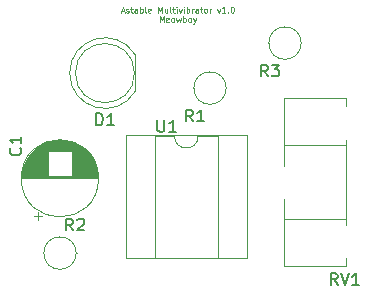
<source format=gbr>
G04 #@! TF.GenerationSoftware,KiCad,Pcbnew,5.1.4-e60b266~84~ubuntu16.04.1*
G04 #@! TF.CreationDate,2019-08-22T14:48:52+07:00*
G04 #@! TF.ProjectId,clock555,636c6f63-6b35-4353-952e-6b696361645f,rev?*
G04 #@! TF.SameCoordinates,Original*
G04 #@! TF.FileFunction,Legend,Top*
G04 #@! TF.FilePolarity,Positive*
%FSLAX46Y46*%
G04 Gerber Fmt 4.6, Leading zero omitted, Abs format (unit mm)*
G04 Created by KiCad (PCBNEW 5.1.4-e60b266~84~ubuntu16.04.1) date 2019-08-22 14:48:52*
%MOMM*%
%LPD*%
G04 APERTURE LIST*
%ADD10C,0.050000*%
%ADD11C,0.120000*%
%ADD12C,0.150000*%
G04 APERTURE END LIST*
D10*
X136551790Y-100343533D02*
X136789885Y-100343533D01*
X136504171Y-100486390D02*
X136670838Y-99986390D01*
X136837504Y-100486390D01*
X136980361Y-100462580D02*
X137027980Y-100486390D01*
X137123219Y-100486390D01*
X137170838Y-100462580D01*
X137194647Y-100414961D01*
X137194647Y-100391152D01*
X137170838Y-100343533D01*
X137123219Y-100319723D01*
X137051790Y-100319723D01*
X137004171Y-100295914D01*
X136980361Y-100248295D01*
X136980361Y-100224485D01*
X137004171Y-100176866D01*
X137051790Y-100153057D01*
X137123219Y-100153057D01*
X137170838Y-100176866D01*
X137337504Y-100153057D02*
X137527980Y-100153057D01*
X137408933Y-99986390D02*
X137408933Y-100414961D01*
X137432742Y-100462580D01*
X137480361Y-100486390D01*
X137527980Y-100486390D01*
X137908933Y-100486390D02*
X137908933Y-100224485D01*
X137885123Y-100176866D01*
X137837504Y-100153057D01*
X137742266Y-100153057D01*
X137694647Y-100176866D01*
X137908933Y-100462580D02*
X137861314Y-100486390D01*
X137742266Y-100486390D01*
X137694647Y-100462580D01*
X137670838Y-100414961D01*
X137670838Y-100367342D01*
X137694647Y-100319723D01*
X137742266Y-100295914D01*
X137861314Y-100295914D01*
X137908933Y-100272104D01*
X138147028Y-100486390D02*
X138147028Y-99986390D01*
X138147028Y-100176866D02*
X138194647Y-100153057D01*
X138289885Y-100153057D01*
X138337504Y-100176866D01*
X138361314Y-100200676D01*
X138385123Y-100248295D01*
X138385123Y-100391152D01*
X138361314Y-100438771D01*
X138337504Y-100462580D01*
X138289885Y-100486390D01*
X138194647Y-100486390D01*
X138147028Y-100462580D01*
X138670838Y-100486390D02*
X138623219Y-100462580D01*
X138599409Y-100414961D01*
X138599409Y-99986390D01*
X139051790Y-100462580D02*
X139004171Y-100486390D01*
X138908933Y-100486390D01*
X138861314Y-100462580D01*
X138837504Y-100414961D01*
X138837504Y-100224485D01*
X138861314Y-100176866D01*
X138908933Y-100153057D01*
X139004171Y-100153057D01*
X139051790Y-100176866D01*
X139075600Y-100224485D01*
X139075600Y-100272104D01*
X138837504Y-100319723D01*
X139670838Y-100486390D02*
X139670838Y-99986390D01*
X139837504Y-100343533D01*
X140004171Y-99986390D01*
X140004171Y-100486390D01*
X140456552Y-100153057D02*
X140456552Y-100486390D01*
X140242266Y-100153057D02*
X140242266Y-100414961D01*
X140266076Y-100462580D01*
X140313695Y-100486390D01*
X140385123Y-100486390D01*
X140432742Y-100462580D01*
X140456552Y-100438771D01*
X140766076Y-100486390D02*
X140718457Y-100462580D01*
X140694647Y-100414961D01*
X140694647Y-99986390D01*
X140885123Y-100153057D02*
X141075600Y-100153057D01*
X140956552Y-99986390D02*
X140956552Y-100414961D01*
X140980361Y-100462580D01*
X141027980Y-100486390D01*
X141075600Y-100486390D01*
X141242266Y-100486390D02*
X141242266Y-100153057D01*
X141242266Y-99986390D02*
X141218457Y-100010200D01*
X141242266Y-100034009D01*
X141266076Y-100010200D01*
X141242266Y-99986390D01*
X141242266Y-100034009D01*
X141432742Y-100153057D02*
X141551790Y-100486390D01*
X141670838Y-100153057D01*
X141861314Y-100486390D02*
X141861314Y-100153057D01*
X141861314Y-99986390D02*
X141837504Y-100010200D01*
X141861314Y-100034009D01*
X141885123Y-100010200D01*
X141861314Y-99986390D01*
X141861314Y-100034009D01*
X142099409Y-100486390D02*
X142099409Y-99986390D01*
X142099409Y-100176866D02*
X142147028Y-100153057D01*
X142242266Y-100153057D01*
X142289885Y-100176866D01*
X142313695Y-100200676D01*
X142337504Y-100248295D01*
X142337504Y-100391152D01*
X142313695Y-100438771D01*
X142289885Y-100462580D01*
X142242266Y-100486390D01*
X142147028Y-100486390D01*
X142099409Y-100462580D01*
X142551790Y-100486390D02*
X142551790Y-100153057D01*
X142551790Y-100248295D02*
X142575600Y-100200676D01*
X142599409Y-100176866D01*
X142647028Y-100153057D01*
X142694647Y-100153057D01*
X143075600Y-100486390D02*
X143075600Y-100224485D01*
X143051790Y-100176866D01*
X143004171Y-100153057D01*
X142908933Y-100153057D01*
X142861314Y-100176866D01*
X143075600Y-100462580D02*
X143027980Y-100486390D01*
X142908933Y-100486390D01*
X142861314Y-100462580D01*
X142837504Y-100414961D01*
X142837504Y-100367342D01*
X142861314Y-100319723D01*
X142908933Y-100295914D01*
X143027980Y-100295914D01*
X143075600Y-100272104D01*
X143242266Y-100153057D02*
X143432742Y-100153057D01*
X143313695Y-99986390D02*
X143313695Y-100414961D01*
X143337504Y-100462580D01*
X143385123Y-100486390D01*
X143432742Y-100486390D01*
X143670838Y-100486390D02*
X143623219Y-100462580D01*
X143599409Y-100438771D01*
X143575600Y-100391152D01*
X143575600Y-100248295D01*
X143599409Y-100200676D01*
X143623219Y-100176866D01*
X143670838Y-100153057D01*
X143742266Y-100153057D01*
X143789885Y-100176866D01*
X143813695Y-100200676D01*
X143837504Y-100248295D01*
X143837504Y-100391152D01*
X143813695Y-100438771D01*
X143789885Y-100462580D01*
X143742266Y-100486390D01*
X143670838Y-100486390D01*
X144051790Y-100486390D02*
X144051790Y-100153057D01*
X144051790Y-100248295D02*
X144075600Y-100200676D01*
X144099409Y-100176866D01*
X144147028Y-100153057D01*
X144194647Y-100153057D01*
X144694647Y-100153057D02*
X144813695Y-100486390D01*
X144932742Y-100153057D01*
X145385123Y-100486390D02*
X145099409Y-100486390D01*
X145242266Y-100486390D02*
X145242266Y-99986390D01*
X145194647Y-100057819D01*
X145147028Y-100105438D01*
X145099409Y-100129247D01*
X145599409Y-100438771D02*
X145623219Y-100462580D01*
X145599409Y-100486390D01*
X145575600Y-100462580D01*
X145599409Y-100438771D01*
X145599409Y-100486390D01*
X145932742Y-99986390D02*
X145980361Y-99986390D01*
X146027980Y-100010200D01*
X146051790Y-100034009D01*
X146075600Y-100081628D01*
X146099409Y-100176866D01*
X146099409Y-100295914D01*
X146075600Y-100391152D01*
X146051790Y-100438771D01*
X146027980Y-100462580D01*
X145980361Y-100486390D01*
X145932742Y-100486390D01*
X145885123Y-100462580D01*
X145861314Y-100438771D01*
X145837504Y-100391152D01*
X145813695Y-100295914D01*
X145813695Y-100176866D01*
X145837504Y-100081628D01*
X145861314Y-100034009D01*
X145885123Y-100010200D01*
X145932742Y-99986390D01*
X139813695Y-101286390D02*
X139813695Y-100786390D01*
X139980361Y-101143533D01*
X140147028Y-100786390D01*
X140147028Y-101286390D01*
X140575600Y-101262580D02*
X140527980Y-101286390D01*
X140432742Y-101286390D01*
X140385123Y-101262580D01*
X140361314Y-101214961D01*
X140361314Y-101024485D01*
X140385123Y-100976866D01*
X140432742Y-100953057D01*
X140527980Y-100953057D01*
X140575600Y-100976866D01*
X140599409Y-101024485D01*
X140599409Y-101072104D01*
X140361314Y-101119723D01*
X140885123Y-101286390D02*
X140837504Y-101262580D01*
X140813695Y-101238771D01*
X140789885Y-101191152D01*
X140789885Y-101048295D01*
X140813695Y-101000676D01*
X140837504Y-100976866D01*
X140885123Y-100953057D01*
X140956552Y-100953057D01*
X141004171Y-100976866D01*
X141027980Y-101000676D01*
X141051790Y-101048295D01*
X141051790Y-101191152D01*
X141027980Y-101238771D01*
X141004171Y-101262580D01*
X140956552Y-101286390D01*
X140885123Y-101286390D01*
X141218457Y-100953057D02*
X141313695Y-101286390D01*
X141408933Y-101048295D01*
X141504171Y-101286390D01*
X141599409Y-100953057D01*
X141789885Y-101286390D02*
X141789885Y-100786390D01*
X141789885Y-100976866D02*
X141837504Y-100953057D01*
X141932742Y-100953057D01*
X141980361Y-100976866D01*
X142004171Y-101000676D01*
X142027980Y-101048295D01*
X142027980Y-101191152D01*
X142004171Y-101238771D01*
X141980361Y-101262580D01*
X141932742Y-101286390D01*
X141837504Y-101286390D01*
X141789885Y-101262580D01*
X142313695Y-101286390D02*
X142266076Y-101262580D01*
X142242266Y-101238771D01*
X142218457Y-101191152D01*
X142218457Y-101048295D01*
X142242266Y-101000676D01*
X142266076Y-100976866D01*
X142313695Y-100953057D01*
X142385123Y-100953057D01*
X142432742Y-100976866D01*
X142456552Y-101000676D01*
X142480361Y-101048295D01*
X142480361Y-101191152D01*
X142456552Y-101238771D01*
X142432742Y-101262580D01*
X142385123Y-101286390D01*
X142313695Y-101286390D01*
X142647028Y-100953057D02*
X142766076Y-101286390D01*
X142885123Y-100953057D02*
X142766076Y-101286390D01*
X142718457Y-101405438D01*
X142694647Y-101429247D01*
X142647028Y-101453057D01*
D11*
X147203559Y-110893200D02*
X136923559Y-110893200D01*
X147203559Y-121293200D02*
X147203559Y-110893200D01*
X136923559Y-121293200D02*
X147203559Y-121293200D01*
X136923559Y-110893200D02*
X136923559Y-121293200D01*
X144713559Y-110953200D02*
X143063559Y-110953200D01*
X144713559Y-121233200D02*
X144713559Y-110953200D01*
X139413559Y-121233200D02*
X144713559Y-121233200D01*
X139413559Y-110953200D02*
X139413559Y-121233200D01*
X141063559Y-110953200D02*
X139413559Y-110953200D01*
X143063559Y-110953200D02*
G75*
G02X141063559Y-110953200I-1000000J0D01*
G01*
X150353400Y-113437600D02*
X150353400Y-111741600D01*
X150353400Y-117982600D02*
X150353400Y-116287600D01*
X155594400Y-117982600D02*
X155594400Y-111741600D01*
X155594400Y-111741600D02*
X150353400Y-111741600D01*
X155594400Y-117982600D02*
X150353400Y-117982600D01*
X155594400Y-118436600D02*
X155594400Y-111287600D01*
X155594400Y-121982600D02*
X155594400Y-121288600D01*
X155594400Y-108437600D02*
X155594400Y-107742600D01*
X150353400Y-113437600D02*
X150353400Y-107742600D01*
X150353400Y-121982600D02*
X150353400Y-116287600D01*
X155594400Y-107742600D02*
X150353400Y-107742600D01*
X155594400Y-121982600D02*
X150353400Y-121982600D01*
X149048800Y-103073200D02*
X148978800Y-103073200D01*
X151788800Y-103073200D02*
G75*
G03X151788800Y-103073200I-1370000J0D01*
G01*
X132738800Y-120853200D02*
X132808800Y-120853200D01*
X132738800Y-120853200D02*
G75*
G03X132738800Y-120853200I-1370000J0D01*
G01*
X142698800Y-106883200D02*
X142628800Y-106883200D01*
X145438800Y-106883200D02*
G75*
G03X145438800Y-106883200I-1370000J0D01*
G01*
X137738800Y-107158200D02*
X137738800Y-104068200D01*
X137678800Y-105613200D02*
G75*
G03X137678800Y-105613200I-2500000J0D01*
G01*
X132188800Y-105613662D02*
G75*
G02X137738800Y-104068370I2990000J462D01*
G01*
X132188800Y-105612738D02*
G75*
G03X137738800Y-107158030I2990000J-462D01*
G01*
X129214800Y-117708441D02*
X129844800Y-117708441D01*
X129529800Y-118023441D02*
X129529800Y-117393441D01*
X130966800Y-111282200D02*
X131770800Y-111282200D01*
X130735800Y-111322200D02*
X132001800Y-111322200D01*
X130566800Y-111362200D02*
X132170800Y-111362200D01*
X130428800Y-111402200D02*
X132308800Y-111402200D01*
X130309800Y-111442200D02*
X132427800Y-111442200D01*
X130203800Y-111482200D02*
X132533800Y-111482200D01*
X130106800Y-111522200D02*
X132630800Y-111522200D01*
X130018800Y-111562200D02*
X132718800Y-111562200D01*
X129936800Y-111602200D02*
X132800800Y-111602200D01*
X129859800Y-111642200D02*
X132877800Y-111642200D01*
X129787800Y-111682200D02*
X132949800Y-111682200D01*
X129718800Y-111722200D02*
X133018800Y-111722200D01*
X129654800Y-111762200D02*
X133082800Y-111762200D01*
X129592800Y-111802200D02*
X133144800Y-111802200D01*
X129534800Y-111842200D02*
X133202800Y-111842200D01*
X129478800Y-111882200D02*
X133258800Y-111882200D01*
X129424800Y-111922200D02*
X133312800Y-111922200D01*
X129373800Y-111962200D02*
X133363800Y-111962200D01*
X129324800Y-112002200D02*
X133412800Y-112002200D01*
X129276800Y-112042200D02*
X133460800Y-112042200D01*
X129231800Y-112082200D02*
X133505800Y-112082200D01*
X129186800Y-112122200D02*
X133550800Y-112122200D01*
X129144800Y-112162200D02*
X133592800Y-112162200D01*
X129103800Y-112202200D02*
X133633800Y-112202200D01*
X132408800Y-112242200D02*
X133673800Y-112242200D01*
X129063800Y-112242200D02*
X130328800Y-112242200D01*
X132408800Y-112282200D02*
X133711800Y-112282200D01*
X129025800Y-112282200D02*
X130328800Y-112282200D01*
X132408800Y-112322200D02*
X133748800Y-112322200D01*
X128988800Y-112322200D02*
X130328800Y-112322200D01*
X132408800Y-112362200D02*
X133784800Y-112362200D01*
X128952800Y-112362200D02*
X130328800Y-112362200D01*
X132408800Y-112402200D02*
X133818800Y-112402200D01*
X128918800Y-112402200D02*
X130328800Y-112402200D01*
X132408800Y-112442200D02*
X133852800Y-112442200D01*
X128884800Y-112442200D02*
X130328800Y-112442200D01*
X132408800Y-112482200D02*
X133884800Y-112482200D01*
X128852800Y-112482200D02*
X130328800Y-112482200D01*
X132408800Y-112522200D02*
X133916800Y-112522200D01*
X128820800Y-112522200D02*
X130328800Y-112522200D01*
X132408800Y-112562200D02*
X133946800Y-112562200D01*
X128790800Y-112562200D02*
X130328800Y-112562200D01*
X132408800Y-112602200D02*
X133975800Y-112602200D01*
X128761800Y-112602200D02*
X130328800Y-112602200D01*
X132408800Y-112642200D02*
X134004800Y-112642200D01*
X128732800Y-112642200D02*
X130328800Y-112642200D01*
X132408800Y-112682200D02*
X134032800Y-112682200D01*
X128704800Y-112682200D02*
X130328800Y-112682200D01*
X132408800Y-112722200D02*
X134058800Y-112722200D01*
X128678800Y-112722200D02*
X130328800Y-112722200D01*
X132408800Y-112762200D02*
X134084800Y-112762200D01*
X128652800Y-112762200D02*
X130328800Y-112762200D01*
X132408800Y-112802200D02*
X134110800Y-112802200D01*
X128626800Y-112802200D02*
X130328800Y-112802200D01*
X132408800Y-112842200D02*
X134134800Y-112842200D01*
X128602800Y-112842200D02*
X130328800Y-112842200D01*
X132408800Y-112882200D02*
X134158800Y-112882200D01*
X128578800Y-112882200D02*
X130328800Y-112882200D01*
X132408800Y-112922200D02*
X134180800Y-112922200D01*
X128556800Y-112922200D02*
X130328800Y-112922200D01*
X132408800Y-112962200D02*
X134202800Y-112962200D01*
X128534800Y-112962200D02*
X130328800Y-112962200D01*
X132408800Y-113002200D02*
X134224800Y-113002200D01*
X128512800Y-113002200D02*
X130328800Y-113002200D01*
X132408800Y-113042200D02*
X134244800Y-113042200D01*
X128492800Y-113042200D02*
X130328800Y-113042200D01*
X132408800Y-113082200D02*
X134264800Y-113082200D01*
X128472800Y-113082200D02*
X130328800Y-113082200D01*
X132408800Y-113122200D02*
X134284800Y-113122200D01*
X128452800Y-113122200D02*
X130328800Y-113122200D01*
X132408800Y-113162200D02*
X134302800Y-113162200D01*
X128434800Y-113162200D02*
X130328800Y-113162200D01*
X132408800Y-113202200D02*
X134320800Y-113202200D01*
X128416800Y-113202200D02*
X130328800Y-113202200D01*
X132408800Y-113242200D02*
X134338800Y-113242200D01*
X128398800Y-113242200D02*
X130328800Y-113242200D01*
X132408800Y-113282200D02*
X134354800Y-113282200D01*
X128382800Y-113282200D02*
X130328800Y-113282200D01*
X132408800Y-113322200D02*
X134370800Y-113322200D01*
X128366800Y-113322200D02*
X130328800Y-113322200D01*
X132408800Y-113362200D02*
X134386800Y-113362200D01*
X128350800Y-113362200D02*
X130328800Y-113362200D01*
X132408800Y-113402200D02*
X134401800Y-113402200D01*
X128335800Y-113402200D02*
X130328800Y-113402200D01*
X132408800Y-113442200D02*
X134415800Y-113442200D01*
X128321800Y-113442200D02*
X130328800Y-113442200D01*
X132408800Y-113482200D02*
X134429800Y-113482200D01*
X128307800Y-113482200D02*
X130328800Y-113482200D01*
X132408800Y-113522200D02*
X134442800Y-113522200D01*
X128294800Y-113522200D02*
X130328800Y-113522200D01*
X132408800Y-113562200D02*
X134454800Y-113562200D01*
X128282800Y-113562200D02*
X130328800Y-113562200D01*
X132408800Y-113602200D02*
X134466800Y-113602200D01*
X128270800Y-113602200D02*
X130328800Y-113602200D01*
X132408800Y-113642200D02*
X134478800Y-113642200D01*
X128258800Y-113642200D02*
X130328800Y-113642200D01*
X132408800Y-113682200D02*
X134489800Y-113682200D01*
X128247800Y-113682200D02*
X130328800Y-113682200D01*
X132408800Y-113722200D02*
X134499800Y-113722200D01*
X128237800Y-113722200D02*
X130328800Y-113722200D01*
X132408800Y-113762200D02*
X134509800Y-113762200D01*
X128227800Y-113762200D02*
X130328800Y-113762200D01*
X132408800Y-113802200D02*
X134518800Y-113802200D01*
X128218800Y-113802200D02*
X130328800Y-113802200D01*
X132408800Y-113843200D02*
X134527800Y-113843200D01*
X128209800Y-113843200D02*
X130328800Y-113843200D01*
X132408800Y-113883200D02*
X134535800Y-113883200D01*
X128201800Y-113883200D02*
X130328800Y-113883200D01*
X132408800Y-113923200D02*
X134543800Y-113923200D01*
X128193800Y-113923200D02*
X130328800Y-113923200D01*
X132408800Y-113963200D02*
X134550800Y-113963200D01*
X128186800Y-113963200D02*
X130328800Y-113963200D01*
X132408800Y-114003200D02*
X134557800Y-114003200D01*
X128179800Y-114003200D02*
X130328800Y-114003200D01*
X132408800Y-114043200D02*
X134563800Y-114043200D01*
X128173800Y-114043200D02*
X130328800Y-114043200D01*
X132408800Y-114083200D02*
X134569800Y-114083200D01*
X128167800Y-114083200D02*
X130328800Y-114083200D01*
X132408800Y-114123200D02*
X134574800Y-114123200D01*
X128162800Y-114123200D02*
X130328800Y-114123200D01*
X132408800Y-114163200D02*
X134579800Y-114163200D01*
X128157800Y-114163200D02*
X130328800Y-114163200D01*
X132408800Y-114203200D02*
X134583800Y-114203200D01*
X128153800Y-114203200D02*
X130328800Y-114203200D01*
X132408800Y-114243200D02*
X134586800Y-114243200D01*
X128150800Y-114243200D02*
X130328800Y-114243200D01*
X132408800Y-114283200D02*
X134590800Y-114283200D01*
X128146800Y-114283200D02*
X130328800Y-114283200D01*
X128144800Y-114323200D02*
X134592800Y-114323200D01*
X128141800Y-114363200D02*
X134595800Y-114363200D01*
X128140800Y-114403200D02*
X134596800Y-114403200D01*
X128138800Y-114443200D02*
X134598800Y-114443200D01*
X128138800Y-114483200D02*
X134598800Y-114483200D01*
X128138800Y-114523200D02*
X134598800Y-114523200D01*
X134638800Y-114523200D02*
G75*
G03X134638800Y-114523200I-3270000J0D01*
G01*
D12*
X139623895Y-109586780D02*
X139623895Y-110396304D01*
X139671514Y-110491542D01*
X139719133Y-110539161D01*
X139814371Y-110586780D01*
X140004847Y-110586780D01*
X140100085Y-110539161D01*
X140147704Y-110491542D01*
X140195323Y-110396304D01*
X140195323Y-109586780D01*
X141195323Y-110586780D02*
X140623895Y-110586780D01*
X140909609Y-110586780D02*
X140909609Y-109586780D01*
X140814371Y-109729638D01*
X140719133Y-109824876D01*
X140623895Y-109872495D01*
X154878161Y-123564980D02*
X154544828Y-123088790D01*
X154306733Y-123564980D02*
X154306733Y-122564980D01*
X154687685Y-122564980D01*
X154782923Y-122612600D01*
X154830542Y-122660219D01*
X154878161Y-122755457D01*
X154878161Y-122898314D01*
X154830542Y-122993552D01*
X154782923Y-123041171D01*
X154687685Y-123088790D01*
X154306733Y-123088790D01*
X155163876Y-122564980D02*
X155497209Y-123564980D01*
X155830542Y-122564980D01*
X156687685Y-123564980D02*
X156116257Y-123564980D01*
X156401971Y-123564980D02*
X156401971Y-122564980D01*
X156306733Y-122707838D01*
X156211495Y-122803076D01*
X156116257Y-122850695D01*
X148982133Y-105895580D02*
X148648800Y-105419390D01*
X148410704Y-105895580D02*
X148410704Y-104895580D01*
X148791657Y-104895580D01*
X148886895Y-104943200D01*
X148934514Y-104990819D01*
X148982133Y-105086057D01*
X148982133Y-105228914D01*
X148934514Y-105324152D01*
X148886895Y-105371771D01*
X148791657Y-105419390D01*
X148410704Y-105419390D01*
X149315466Y-104895580D02*
X149934514Y-104895580D01*
X149601180Y-105276533D01*
X149744038Y-105276533D01*
X149839276Y-105324152D01*
X149886895Y-105371771D01*
X149934514Y-105467009D01*
X149934514Y-105705104D01*
X149886895Y-105800342D01*
X149839276Y-105847961D01*
X149744038Y-105895580D01*
X149458323Y-105895580D01*
X149363085Y-105847961D01*
X149315466Y-105800342D01*
X132472133Y-118935580D02*
X132138800Y-118459390D01*
X131900704Y-118935580D02*
X131900704Y-117935580D01*
X132281657Y-117935580D01*
X132376895Y-117983200D01*
X132424514Y-118030819D01*
X132472133Y-118126057D01*
X132472133Y-118268914D01*
X132424514Y-118364152D01*
X132376895Y-118411771D01*
X132281657Y-118459390D01*
X131900704Y-118459390D01*
X132853085Y-118030819D02*
X132900704Y-117983200D01*
X132995942Y-117935580D01*
X133234038Y-117935580D01*
X133329276Y-117983200D01*
X133376895Y-118030819D01*
X133424514Y-118126057D01*
X133424514Y-118221295D01*
X133376895Y-118364152D01*
X132805466Y-118935580D01*
X133424514Y-118935580D01*
X142632133Y-109705580D02*
X142298800Y-109229390D01*
X142060704Y-109705580D02*
X142060704Y-108705580D01*
X142441657Y-108705580D01*
X142536895Y-108753200D01*
X142584514Y-108800819D01*
X142632133Y-108896057D01*
X142632133Y-109038914D01*
X142584514Y-109134152D01*
X142536895Y-109181771D01*
X142441657Y-109229390D01*
X142060704Y-109229390D01*
X143584514Y-109705580D02*
X143013085Y-109705580D01*
X143298800Y-109705580D02*
X143298800Y-108705580D01*
X143203561Y-108848438D01*
X143108323Y-108943676D01*
X143013085Y-108991295D01*
X134440704Y-110025580D02*
X134440704Y-109025580D01*
X134678800Y-109025580D01*
X134821657Y-109073200D01*
X134916895Y-109168438D01*
X134964514Y-109263676D01*
X135012133Y-109454152D01*
X135012133Y-109597009D01*
X134964514Y-109787485D01*
X134916895Y-109882723D01*
X134821657Y-109977961D01*
X134678800Y-110025580D01*
X134440704Y-110025580D01*
X135964514Y-110025580D02*
X135393085Y-110025580D01*
X135678800Y-110025580D02*
X135678800Y-109025580D01*
X135583561Y-109168438D01*
X135488323Y-109263676D01*
X135393085Y-109311295D01*
X128017542Y-111952066D02*
X128065161Y-111999685D01*
X128112780Y-112142542D01*
X128112780Y-112237780D01*
X128065161Y-112380638D01*
X127969923Y-112475876D01*
X127874685Y-112523495D01*
X127684209Y-112571114D01*
X127541352Y-112571114D01*
X127350876Y-112523495D01*
X127255638Y-112475876D01*
X127160400Y-112380638D01*
X127112780Y-112237780D01*
X127112780Y-112142542D01*
X127160400Y-111999685D01*
X127208019Y-111952066D01*
X128112780Y-110999685D02*
X128112780Y-111571114D01*
X128112780Y-111285400D02*
X127112780Y-111285400D01*
X127255638Y-111380638D01*
X127350876Y-111475876D01*
X127398495Y-111571114D01*
M02*

</source>
